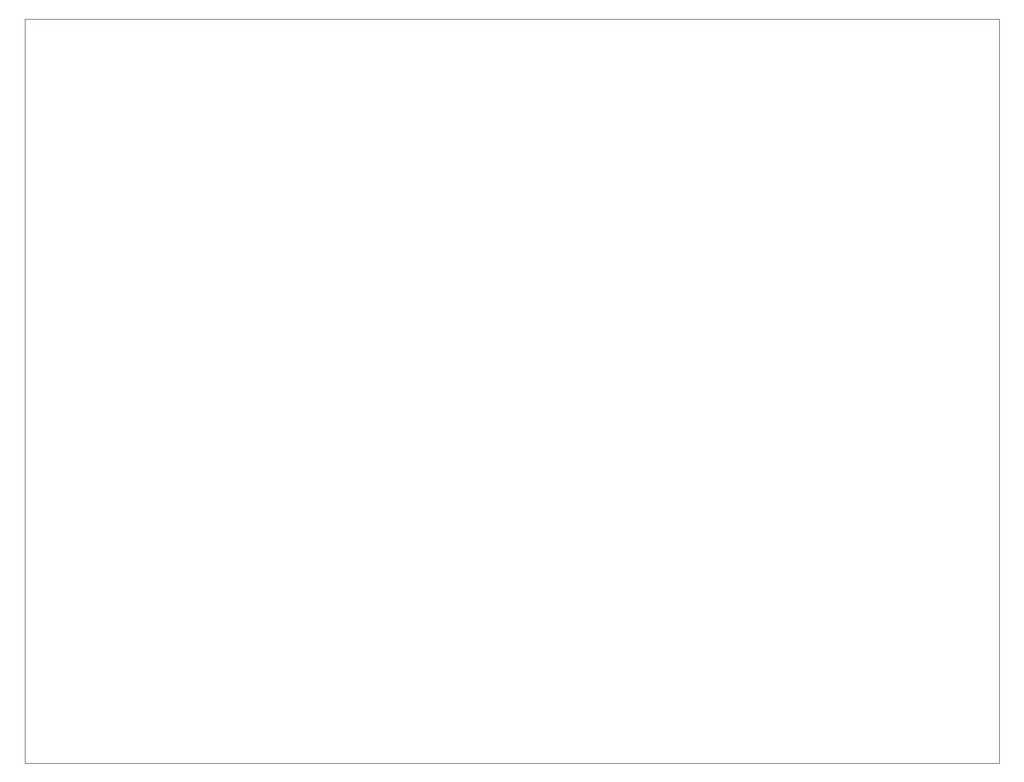
<source format=gbr>
G04 #@! TF.FileFunction,Profile,NP*
%FSLAX46Y46*%
G04 Gerber Fmt 4.6, Leading zero omitted, Abs format (unit mm)*
G04 Created by KiCad (PCBNEW 4.0.2-stable) date 15/07/2016 00:57:05*
%MOMM*%
G01*
G04 APERTURE LIST*
%ADD10C,0.100000*%
G04 APERTURE END LIST*
D10*
X106680000Y-38100000D02*
X106680000Y-124460000D01*
X219710000Y-38100000D02*
X106680000Y-38100000D01*
X219710000Y-124460000D02*
X219710000Y-38100000D01*
X106680000Y-124460000D02*
X219710000Y-124460000D01*
M02*

</source>
